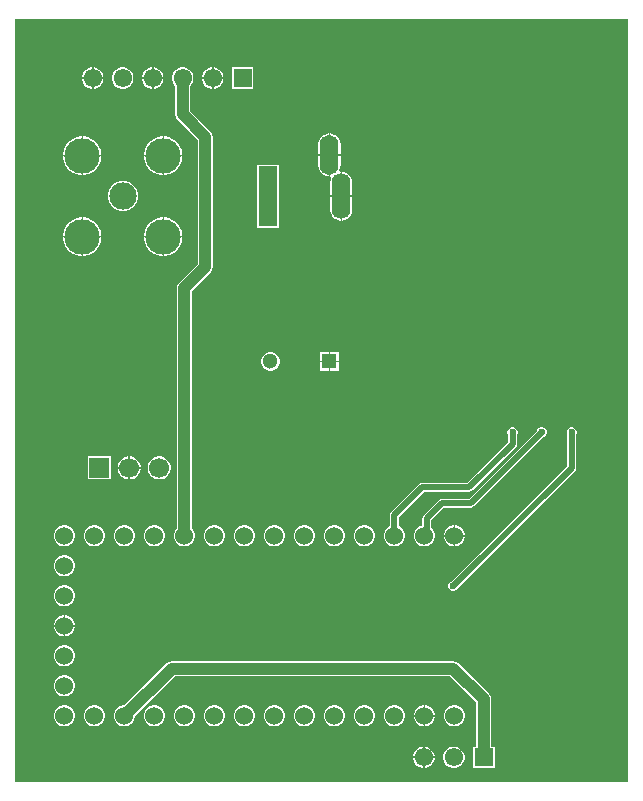
<source format=gbl>
G04*
G04 #@! TF.GenerationSoftware,Altium Limited,Altium Designer,22.10.1 (41)*
G04*
G04 Layer_Physical_Order=2*
G04 Layer_Color=16711680*
%FSLAX25Y25*%
%MOIN*%
G70*
G04*
G04 #@! TF.SameCoordinates,E9990B0B-6E38-4B2E-9C7E-526108F30C78*
G04*
G04*
G04 #@! TF.FilePolarity,Positive*
G04*
G01*
G75*
%ADD10C,0.01968*%
%ADD24R,0.05118X0.05118*%
%ADD25C,0.05118*%
%ADD29C,0.06102*%
%ADD30R,0.06102X0.06102*%
G04:AMPARAMS|DCode=31|XSize=133.86mil|YSize=62.99mil|CornerRadius=31.5mil|HoleSize=0mil|Usage=FLASHONLY|Rotation=90.000|XOffset=0mil|YOffset=0mil|HoleType=Round|Shape=RoundedRectangle|*
%AMROUNDEDRECTD31*
21,1,0.13386,0.00000,0,0,90.0*
21,1,0.07087,0.06299,0,0,90.0*
1,1,0.06299,0.00000,0.03543*
1,1,0.06299,0.00000,-0.03543*
1,1,0.06299,0.00000,-0.03543*
1,1,0.06299,0.00000,0.03543*
%
%ADD31ROUNDEDRECTD31*%
G04:AMPARAMS|DCode=32|XSize=153.54mil|YSize=62.99mil|CornerRadius=31.5mil|HoleSize=0mil|Usage=FLASHONLY|Rotation=90.000|XOffset=0mil|YOffset=0mil|HoleType=Round|Shape=RoundedRectangle|*
%AMROUNDEDRECTD32*
21,1,0.15354,0.00000,0,0,90.0*
21,1,0.09055,0.06299,0,0,90.0*
1,1,0.06299,0.00000,0.04528*
1,1,0.06299,0.00000,-0.04528*
1,1,0.06299,0.00000,-0.04528*
1,1,0.06299,0.00000,0.04528*
%
%ADD32ROUNDEDRECTD32*%
%ADD33R,0.06299X0.20079*%
%ADD42C,0.03937*%
%ADD43C,0.11811*%
%ADD44C,0.09134*%
%ADD45C,0.06024*%
%ADD46C,0.06693*%
%ADD47R,0.06693X0.06693*%
%ADD48C,0.02362*%
G36*
X373213Y178755D02*
X168913D01*
Y433055D01*
X373213D01*
Y178755D01*
D02*
G37*
%LPC*%
G36*
X235192Y416937D02*
X234974D01*
Y413636D01*
X238276D01*
Y413853D01*
X238034Y414756D01*
X237566Y415566D01*
X236905Y416227D01*
X236095Y416695D01*
X235192Y416937D01*
D02*
G37*
G36*
X215192D02*
X214974D01*
Y413636D01*
X218276D01*
Y413853D01*
X218034Y414756D01*
X217566Y415566D01*
X216905Y416227D01*
X216095Y416695D01*
X215192Y416937D01*
D02*
G37*
G36*
X195192D02*
X194974D01*
Y413636D01*
X198276D01*
Y413853D01*
X198034Y414756D01*
X197566Y415566D01*
X196905Y416227D01*
X196095Y416695D01*
X195192Y416937D01*
D02*
G37*
G36*
X234474D02*
X234257D01*
X233354Y416695D01*
X232544Y416227D01*
X231883Y415566D01*
X231415Y414756D01*
X231173Y413853D01*
Y413636D01*
X234474D01*
Y416937D01*
D02*
G37*
G36*
X214474D02*
X214257D01*
X213354Y416695D01*
X212544Y416227D01*
X211883Y415566D01*
X211415Y414756D01*
X211173Y413853D01*
Y413636D01*
X214474D01*
Y416937D01*
D02*
G37*
G36*
X194474D02*
X194257D01*
X193354Y416695D01*
X192544Y416227D01*
X191883Y415566D01*
X191415Y414756D01*
X191173Y413853D01*
Y413636D01*
X194474D01*
Y416937D01*
D02*
G37*
G36*
X248276D02*
X241173D01*
Y409835D01*
X248276D01*
Y416937D01*
D02*
G37*
G36*
X238276Y413136D02*
X234974D01*
Y409835D01*
X235192D01*
X236095Y410077D01*
X236905Y410544D01*
X237566Y411205D01*
X238034Y412015D01*
X238276Y412918D01*
Y413136D01*
D02*
G37*
G36*
X234474D02*
X231173D01*
Y412918D01*
X231415Y412015D01*
X231883Y411205D01*
X232544Y410544D01*
X233354Y410077D01*
X234257Y409835D01*
X234474D01*
Y413136D01*
D02*
G37*
G36*
X218276D02*
X214974D01*
Y409835D01*
X215192D01*
X216095Y410077D01*
X216905Y410544D01*
X217566Y411205D01*
X218034Y412015D01*
X218276Y412918D01*
Y413136D01*
D02*
G37*
G36*
X214474D02*
X211173D01*
Y412918D01*
X211415Y412015D01*
X211883Y411205D01*
X212544Y410544D01*
X213354Y410077D01*
X214257Y409835D01*
X214474D01*
Y413136D01*
D02*
G37*
G36*
X205192Y416937D02*
X204257D01*
X203354Y416695D01*
X202544Y416227D01*
X201883Y415566D01*
X201415Y414756D01*
X201173Y413853D01*
Y412918D01*
X201415Y412015D01*
X201883Y411205D01*
X202544Y410544D01*
X203354Y410077D01*
X204257Y409835D01*
X205192D01*
X206095Y410077D01*
X206905Y410544D01*
X207566Y411205D01*
X208034Y412015D01*
X208276Y412918D01*
Y413853D01*
X208034Y414756D01*
X207566Y415566D01*
X206905Y416227D01*
X206095Y416695D01*
X205192Y416937D01*
D02*
G37*
G36*
X198276Y413136D02*
X194974D01*
Y409835D01*
X195192D01*
X196095Y410077D01*
X196905Y410544D01*
X197566Y411205D01*
X198034Y412015D01*
X198276Y412918D01*
Y413136D01*
D02*
G37*
G36*
X194474D02*
X191173D01*
Y412918D01*
X191415Y412015D01*
X191883Y411205D01*
X192544Y410544D01*
X193354Y410077D01*
X194257Y409835D01*
X194474D01*
Y413136D01*
D02*
G37*
G36*
X273872Y394987D02*
Y388045D01*
X277303D01*
Y391339D01*
X277178Y392291D01*
X276810Y393179D01*
X276225Y393941D01*
X275463Y394527D01*
X274575Y394894D01*
X273872Y394987D01*
D02*
G37*
G36*
X273372D02*
X272669Y394894D01*
X271781Y394527D01*
X271019Y393941D01*
X270434Y393179D01*
X270066Y392291D01*
X269941Y391339D01*
Y388045D01*
X273372D01*
Y394987D01*
D02*
G37*
G36*
X218859Y393925D02*
X218478D01*
Y387770D01*
X224634D01*
Y388151D01*
X224388Y389388D01*
X223905Y390554D01*
X223204Y391603D01*
X222312Y392495D01*
X221263Y393196D01*
X220097Y393679D01*
X218859Y393925D01*
D02*
G37*
G36*
X217978D02*
X217598D01*
X216360Y393679D01*
X215194Y393196D01*
X214145Y392495D01*
X213253Y391603D01*
X212552Y390554D01*
X212069Y389388D01*
X211823Y388151D01*
Y387770D01*
X217978D01*
Y393925D01*
D02*
G37*
G36*
X191851D02*
X191471D01*
Y387770D01*
X197626D01*
Y388151D01*
X197380Y389388D01*
X196897Y390554D01*
X196196Y391603D01*
X195304Y392495D01*
X194255Y393196D01*
X193089Y393679D01*
X191851Y393925D01*
D02*
G37*
G36*
X190971D02*
X190590D01*
X189352Y393679D01*
X188186Y393196D01*
X187137Y392495D01*
X186245Y391603D01*
X185544Y390554D01*
X185061Y389388D01*
X184815Y388151D01*
Y387770D01*
X190971D01*
Y393925D01*
D02*
G37*
G36*
X224634Y387270D02*
X218478D01*
Y381114D01*
X218859D01*
X220097Y381360D01*
X221263Y381843D01*
X222312Y382544D01*
X223204Y383436D01*
X223905Y384486D01*
X224388Y385651D01*
X224634Y386889D01*
Y387270D01*
D02*
G37*
G36*
X217978D02*
X211823D01*
Y386889D01*
X212069Y385651D01*
X212552Y384486D01*
X213253Y383436D01*
X214145Y382544D01*
X215194Y381843D01*
X216360Y381360D01*
X217598Y381114D01*
X217978D01*
Y387270D01*
D02*
G37*
G36*
X197626D02*
X191471D01*
Y381114D01*
X191851D01*
X193089Y381360D01*
X194255Y381843D01*
X195304Y382544D01*
X196196Y383436D01*
X196897Y384486D01*
X197380Y385651D01*
X197626Y386889D01*
Y387270D01*
D02*
G37*
G36*
X190971D02*
X184815D01*
Y386889D01*
X185061Y385651D01*
X185544Y384486D01*
X186245Y383436D01*
X187137Y382544D01*
X188186Y381843D01*
X189352Y381360D01*
X190590Y381114D01*
X190971D01*
Y387270D01*
D02*
G37*
G36*
X273372Y387545D02*
X269941D01*
Y384252D01*
X270066Y383299D01*
X270434Y382411D01*
X271019Y381649D01*
X271781Y381064D01*
X272669Y380696D01*
X273372Y380604D01*
Y387545D01*
D02*
G37*
G36*
X277809Y382191D02*
Y374266D01*
X281240D01*
Y378543D01*
X281115Y379496D01*
X280747Y380384D01*
X280162Y381146D01*
X279400Y381731D01*
X278512Y382099D01*
X277809Y382191D01*
D02*
G37*
G36*
X277303Y387545D02*
X273872D01*
Y380604D01*
X273948Y380614D01*
X274275Y380153D01*
X274003Y379496D01*
X273878Y378543D01*
Y374266D01*
X277309D01*
Y382191D01*
X277233Y382182D01*
X276906Y382643D01*
X277178Y383299D01*
X277303Y384252D01*
Y387545D01*
D02*
G37*
G36*
X205392Y379083D02*
X204057D01*
X202769Y378737D01*
X201613Y378070D01*
X200670Y377127D01*
X200003Y375972D01*
X199657Y374683D01*
Y373349D01*
X200003Y372060D01*
X200670Y370905D01*
X201613Y369961D01*
X202769Y369294D01*
X204057Y368949D01*
X205392D01*
X206680Y369294D01*
X207836Y369961D01*
X208779Y370905D01*
X209446Y372060D01*
X209791Y373349D01*
Y374683D01*
X209446Y375972D01*
X208779Y377127D01*
X207836Y378070D01*
X206680Y378737D01*
X205392Y379083D01*
D02*
G37*
G36*
X281240Y373766D02*
X277809D01*
Y365840D01*
X278512Y365932D01*
X279400Y366300D01*
X280162Y366885D01*
X280747Y367648D01*
X281115Y368535D01*
X281240Y369488D01*
Y373766D01*
D02*
G37*
G36*
X277309D02*
X273878D01*
Y369488D01*
X274003Y368535D01*
X274371Y367648D01*
X274956Y366885D01*
X275718Y366300D01*
X276606Y365932D01*
X277309Y365840D01*
Y373766D01*
D02*
G37*
G36*
X256799Y384555D02*
X249500D01*
Y363476D01*
X256799D01*
Y384555D01*
D02*
G37*
G36*
X218859Y366917D02*
X218478D01*
Y360762D01*
X224634D01*
Y361143D01*
X224388Y362380D01*
X223905Y363546D01*
X223204Y364595D01*
X222312Y365487D01*
X221263Y366188D01*
X220097Y366671D01*
X218859Y366917D01*
D02*
G37*
G36*
X217978D02*
X217598D01*
X216360Y366671D01*
X215194Y366188D01*
X214145Y365487D01*
X213253Y364595D01*
X212552Y363546D01*
X212069Y362380D01*
X211823Y361143D01*
Y360762D01*
X217978D01*
Y366917D01*
D02*
G37*
G36*
X191851D02*
X191471D01*
Y360762D01*
X197626D01*
Y361143D01*
X197380Y362380D01*
X196897Y363546D01*
X196196Y364595D01*
X195304Y365487D01*
X194255Y366188D01*
X193089Y366671D01*
X191851Y366917D01*
D02*
G37*
G36*
X190971D02*
X190590D01*
X189352Y366671D01*
X188186Y366188D01*
X187137Y365487D01*
X186245Y364595D01*
X185544Y363546D01*
X185061Y362380D01*
X184815Y361143D01*
Y360762D01*
X190971D01*
Y366917D01*
D02*
G37*
G36*
X224634Y360262D02*
X218478D01*
Y354106D01*
X218859D01*
X220097Y354352D01*
X221263Y354835D01*
X222312Y355536D01*
X223204Y356429D01*
X223905Y357478D01*
X224388Y358643D01*
X224634Y359881D01*
Y360262D01*
D02*
G37*
G36*
X217978D02*
X211823D01*
Y359881D01*
X212069Y358643D01*
X212552Y357478D01*
X213253Y356429D01*
X214145Y355536D01*
X215194Y354835D01*
X216360Y354352D01*
X217598Y354106D01*
X217978D01*
Y360262D01*
D02*
G37*
G36*
X197626D02*
X191471D01*
Y354106D01*
X191851D01*
X193089Y354352D01*
X194255Y354835D01*
X195304Y355536D01*
X196196Y356429D01*
X196897Y357478D01*
X197380Y358643D01*
X197626Y359881D01*
Y360262D01*
D02*
G37*
G36*
X190971D02*
X184815D01*
Y359881D01*
X185061Y358643D01*
X185544Y357478D01*
X186245Y356429D01*
X187137Y355536D01*
X188186Y354835D01*
X189352Y354352D01*
X190590Y354106D01*
X190971D01*
Y360262D01*
D02*
G37*
G36*
X276681Y321957D02*
X273872D01*
Y319148D01*
X276681D01*
Y321957D01*
D02*
G37*
G36*
X273372D02*
X270563D01*
Y319148D01*
X273372D01*
Y321957D01*
D02*
G37*
G36*
X276681Y318648D02*
X273872D01*
Y315839D01*
X276681D01*
Y318648D01*
D02*
G37*
G36*
X273372D02*
X270563D01*
Y315839D01*
X273372D01*
Y318648D01*
D02*
G37*
G36*
X254340Y321957D02*
X253534D01*
X252756Y321748D01*
X252059Y321345D01*
X251489Y320776D01*
X251086Y320078D01*
X250878Y319300D01*
Y318495D01*
X251086Y317717D01*
X251489Y317019D01*
X252059Y316450D01*
X252756Y316047D01*
X253534Y315839D01*
X254340D01*
X255118Y316047D01*
X255815Y316450D01*
X256385Y317019D01*
X256788Y317717D01*
X256996Y318495D01*
Y319300D01*
X256788Y320078D01*
X256385Y320776D01*
X255815Y321345D01*
X255118Y321748D01*
X254340Y321957D01*
D02*
G37*
G36*
X207357Y287311D02*
X207100D01*
Y283715D01*
X210697D01*
Y283971D01*
X210435Y284949D01*
X209928Y285826D01*
X209212Y286543D01*
X208335Y287049D01*
X207357Y287311D01*
D02*
G37*
G36*
X206600D02*
X206344D01*
X205366Y287049D01*
X204489Y286543D01*
X203772Y285826D01*
X203266Y284949D01*
X203004Y283971D01*
Y283715D01*
X206600D01*
Y287311D01*
D02*
G37*
G36*
X217357D02*
X216344D01*
X215366Y287049D01*
X214489Y286543D01*
X213773Y285826D01*
X213266Y284949D01*
X213004Y283971D01*
Y282958D01*
X213266Y281980D01*
X213773Y281103D01*
X214489Y280387D01*
X215366Y279880D01*
X216344Y279618D01*
X217357D01*
X218335Y279880D01*
X219212Y280387D01*
X219928Y281103D01*
X220435Y281980D01*
X220697Y282958D01*
Y283971D01*
X220435Y284949D01*
X219928Y285826D01*
X219212Y286543D01*
X218335Y287049D01*
X217357Y287311D01*
D02*
G37*
G36*
X210697Y283215D02*
X207100D01*
Y279618D01*
X207357D01*
X208335Y279880D01*
X209212Y280387D01*
X209928Y281103D01*
X210435Y281980D01*
X210697Y282958D01*
Y283215D01*
D02*
G37*
G36*
X206600D02*
X203004D01*
Y282958D01*
X203266Y281980D01*
X203772Y281103D01*
X204489Y280387D01*
X205366Y279880D01*
X206344Y279618D01*
X206600D01*
Y283215D01*
D02*
G37*
G36*
X200697Y287311D02*
X193004D01*
Y279618D01*
X200697D01*
Y287311D01*
D02*
G37*
G36*
X334980Y296957D02*
X334311D01*
X333693Y296701D01*
X333221Y296228D01*
X332965Y295610D01*
Y294941D01*
X333132Y294536D01*
Y291965D01*
X319674Y278507D01*
X304553D01*
X304553Y278507D01*
X303974Y278392D01*
X303483Y278064D01*
X294205Y268787D01*
X293878Y268296D01*
X293762Y267717D01*
X293762Y267717D01*
Y263969D01*
X293119Y263597D01*
X292465Y262944D01*
X292003Y262143D01*
X291764Y261250D01*
Y260325D01*
X292003Y259432D01*
X292465Y258631D01*
X293119Y257977D01*
X293920Y257515D01*
X294813Y257276D01*
X295738D01*
X296631Y257515D01*
X297432Y257977D01*
X298086Y258631D01*
X298548Y259432D01*
X298787Y260325D01*
Y261250D01*
X298548Y262143D01*
X298086Y262944D01*
X297432Y263597D01*
X296789Y263969D01*
Y267090D01*
X305180Y275481D01*
X320301D01*
X320301Y275481D01*
X320880Y275596D01*
X321371Y275924D01*
X335716Y290268D01*
X335716Y290268D01*
X336044Y290759D01*
X336159Y291339D01*
Y294536D01*
X336327Y294941D01*
Y295610D01*
X336071Y296228D01*
X335598Y296701D01*
X334980Y296957D01*
D02*
G37*
G36*
X344680Y296964D02*
X344011D01*
X343393Y296708D01*
X342920Y296236D01*
X342752Y295831D01*
X320089Y273167D01*
X311142D01*
X311142Y273167D01*
X310562Y273052D01*
X310071Y272724D01*
X304981Y267634D01*
X304653Y267143D01*
X304538Y266563D01*
X304538Y266563D01*
Y264226D01*
X303920Y264060D01*
X303119Y263597D01*
X302466Y262944D01*
X302003Y262143D01*
X301764Y261250D01*
Y260325D01*
X302003Y259432D01*
X302466Y258631D01*
X303119Y257977D01*
X303920Y257515D01*
X304813Y257276D01*
X305738D01*
X306631Y257515D01*
X307432Y257977D01*
X308086Y258631D01*
X308548Y259432D01*
X308787Y260325D01*
Y261250D01*
X308548Y262143D01*
X308086Y262944D01*
X307565Y263465D01*
Y265937D01*
X311769Y270140D01*
X320715D01*
X320715Y270140D01*
X321295Y270255D01*
X321786Y270583D01*
X344893Y293690D01*
X345298Y293858D01*
X345770Y294331D01*
X346026Y294949D01*
Y295618D01*
X345770Y296236D01*
X345298Y296708D01*
X344680Y296964D01*
D02*
G37*
G36*
X315738Y264299D02*
X315526D01*
Y261037D01*
X318787D01*
Y261250D01*
X318548Y262143D01*
X318086Y262944D01*
X317432Y263597D01*
X316631Y264060D01*
X315738Y264299D01*
D02*
G37*
G36*
X315026D02*
X314813D01*
X313920Y264060D01*
X313119Y263597D01*
X312466Y262944D01*
X312003Y262143D01*
X311764Y261250D01*
Y261037D01*
X315026D01*
Y264299D01*
D02*
G37*
G36*
X318787Y260537D02*
X315526D01*
Y257276D01*
X315738D01*
X316631Y257515D01*
X317432Y257977D01*
X318086Y258631D01*
X318548Y259432D01*
X318787Y260325D01*
Y260537D01*
D02*
G37*
G36*
X315026D02*
X311764D01*
Y260325D01*
X312003Y259432D01*
X312466Y258631D01*
X313119Y257977D01*
X313920Y257515D01*
X314813Y257276D01*
X315026D01*
Y260537D01*
D02*
G37*
G36*
X285738Y264299D02*
X284813D01*
X283920Y264060D01*
X283119Y263597D01*
X282466Y262944D01*
X282003Y262143D01*
X281764Y261250D01*
Y260325D01*
X282003Y259432D01*
X282466Y258631D01*
X283119Y257977D01*
X283920Y257515D01*
X284813Y257276D01*
X285738D01*
X286631Y257515D01*
X287432Y257977D01*
X288086Y258631D01*
X288548Y259432D01*
X288787Y260325D01*
Y261250D01*
X288548Y262143D01*
X288086Y262944D01*
X287432Y263597D01*
X286631Y264060D01*
X285738Y264299D01*
D02*
G37*
G36*
X275738D02*
X274813D01*
X273920Y264060D01*
X273119Y263597D01*
X272465Y262944D01*
X272003Y262143D01*
X271764Y261250D01*
Y260325D01*
X272003Y259432D01*
X272465Y258631D01*
X273119Y257977D01*
X273920Y257515D01*
X274813Y257276D01*
X275738D01*
X276631Y257515D01*
X277432Y257977D01*
X278086Y258631D01*
X278548Y259432D01*
X278787Y260325D01*
Y261250D01*
X278548Y262143D01*
X278086Y262944D01*
X277432Y263597D01*
X276631Y264060D01*
X275738Y264299D01*
D02*
G37*
G36*
X265738D02*
X264813D01*
X263920Y264060D01*
X263119Y263597D01*
X262466Y262944D01*
X262003Y262143D01*
X261764Y261250D01*
Y260325D01*
X262003Y259432D01*
X262466Y258631D01*
X263119Y257977D01*
X263920Y257515D01*
X264813Y257276D01*
X265738D01*
X266631Y257515D01*
X267432Y257977D01*
X268086Y258631D01*
X268548Y259432D01*
X268787Y260325D01*
Y261250D01*
X268548Y262143D01*
X268086Y262944D01*
X267432Y263597D01*
X266631Y264060D01*
X265738Y264299D01*
D02*
G37*
G36*
X255738D02*
X254813D01*
X253920Y264060D01*
X253119Y263597D01*
X252466Y262944D01*
X252003Y262143D01*
X251764Y261250D01*
Y260325D01*
X252003Y259432D01*
X252466Y258631D01*
X253119Y257977D01*
X253920Y257515D01*
X254813Y257276D01*
X255738D01*
X256631Y257515D01*
X257432Y257977D01*
X258086Y258631D01*
X258548Y259432D01*
X258787Y260325D01*
Y261250D01*
X258548Y262143D01*
X258086Y262944D01*
X257432Y263597D01*
X256631Y264060D01*
X255738Y264299D01*
D02*
G37*
G36*
X245738D02*
X244813D01*
X243920Y264060D01*
X243119Y263597D01*
X242465Y262944D01*
X242003Y262143D01*
X241764Y261250D01*
Y260325D01*
X242003Y259432D01*
X242465Y258631D01*
X243119Y257977D01*
X243920Y257515D01*
X244813Y257276D01*
X245738D01*
X246631Y257515D01*
X247432Y257977D01*
X248086Y258631D01*
X248548Y259432D01*
X248787Y260325D01*
Y261250D01*
X248548Y262143D01*
X248086Y262944D01*
X247432Y263597D01*
X246631Y264060D01*
X245738Y264299D01*
D02*
G37*
G36*
X235738D02*
X234813D01*
X233920Y264060D01*
X233119Y263597D01*
X232466Y262944D01*
X232003Y262143D01*
X231764Y261250D01*
Y260325D01*
X232003Y259432D01*
X232466Y258631D01*
X233119Y257977D01*
X233920Y257515D01*
X234813Y257276D01*
X235738D01*
X236631Y257515D01*
X237432Y257977D01*
X238086Y258631D01*
X238548Y259432D01*
X238787Y260325D01*
Y261250D01*
X238548Y262143D01*
X238086Y262944D01*
X237432Y263597D01*
X236631Y264060D01*
X235738Y264299D01*
D02*
G37*
G36*
X225192Y416937D02*
X224257D01*
X223354Y416695D01*
X222544Y416227D01*
X221883Y415566D01*
X221415Y414756D01*
X221173Y413853D01*
Y412918D01*
X221415Y412015D01*
X221883Y411205D01*
X222207Y410881D01*
Y401260D01*
X222399Y400297D01*
X222945Y399480D01*
X229767Y392658D01*
Y351436D01*
X223496Y345165D01*
X222950Y344349D01*
X222759Y343386D01*
Y263237D01*
X222465Y262944D01*
X222003Y262143D01*
X221764Y261250D01*
Y260325D01*
X222003Y259432D01*
X222465Y258631D01*
X223119Y257977D01*
X223920Y257515D01*
X224813Y257276D01*
X225738D01*
X226631Y257515D01*
X227432Y257977D01*
X228086Y258631D01*
X228548Y259432D01*
X228787Y260325D01*
Y261250D01*
X228548Y262143D01*
X228086Y262944D01*
X227793Y263237D01*
Y342343D01*
X234063Y348614D01*
X234609Y349430D01*
X234800Y350394D01*
Y393701D01*
X234609Y394664D01*
X234063Y395480D01*
X227241Y402302D01*
Y410881D01*
X227566Y411205D01*
X228034Y412015D01*
X228276Y412918D01*
Y413853D01*
X228034Y414756D01*
X227566Y415566D01*
X226905Y416227D01*
X226095Y416695D01*
X225192Y416937D01*
D02*
G37*
G36*
X215738Y264299D02*
X214813D01*
X213920Y264060D01*
X213119Y263597D01*
X212466Y262944D01*
X212003Y262143D01*
X211764Y261250D01*
Y260325D01*
X212003Y259432D01*
X212466Y258631D01*
X213119Y257977D01*
X213920Y257515D01*
X214813Y257276D01*
X215738D01*
X216631Y257515D01*
X217432Y257977D01*
X218086Y258631D01*
X218548Y259432D01*
X218787Y260325D01*
Y261250D01*
X218548Y262143D01*
X218086Y262944D01*
X217432Y263597D01*
X216631Y264060D01*
X215738Y264299D01*
D02*
G37*
G36*
X205738D02*
X204813D01*
X203920Y264060D01*
X203119Y263597D01*
X202466Y262944D01*
X202003Y262143D01*
X201764Y261250D01*
Y260325D01*
X202003Y259432D01*
X202466Y258631D01*
X203119Y257977D01*
X203920Y257515D01*
X204813Y257276D01*
X205738D01*
X206631Y257515D01*
X207432Y257977D01*
X208086Y258631D01*
X208548Y259432D01*
X208787Y260325D01*
Y261250D01*
X208548Y262143D01*
X208086Y262944D01*
X207432Y263597D01*
X206631Y264060D01*
X205738Y264299D01*
D02*
G37*
G36*
X195738D02*
X194813D01*
X193920Y264060D01*
X193119Y263597D01*
X192465Y262944D01*
X192003Y262143D01*
X191764Y261250D01*
Y260325D01*
X192003Y259432D01*
X192465Y258631D01*
X193119Y257977D01*
X193920Y257515D01*
X194813Y257276D01*
X195738D01*
X196631Y257515D01*
X197432Y257977D01*
X198086Y258631D01*
X198548Y259432D01*
X198787Y260325D01*
Y261250D01*
X198548Y262143D01*
X198086Y262944D01*
X197432Y263597D01*
X196631Y264060D01*
X195738Y264299D01*
D02*
G37*
G36*
X185738D02*
X184813D01*
X183920Y264060D01*
X183119Y263597D01*
X182466Y262944D01*
X182003Y262143D01*
X181764Y261250D01*
Y260325D01*
X182003Y259432D01*
X182466Y258631D01*
X183119Y257977D01*
X183920Y257515D01*
X184813Y257276D01*
X185738D01*
X186631Y257515D01*
X187432Y257977D01*
X188086Y258631D01*
X188548Y259432D01*
X188787Y260325D01*
Y261250D01*
X188548Y262143D01*
X188086Y262944D01*
X187432Y263597D01*
X186631Y264060D01*
X185738Y264299D01*
D02*
G37*
G36*
Y254299D02*
X184813D01*
X183920Y254060D01*
X183119Y253597D01*
X182466Y252944D01*
X182003Y252143D01*
X181764Y251250D01*
Y250325D01*
X182003Y249432D01*
X182466Y248631D01*
X183119Y247977D01*
X183920Y247515D01*
X184813Y247276D01*
X185738D01*
X186631Y247515D01*
X187432Y247977D01*
X188086Y248631D01*
X188548Y249432D01*
X188787Y250325D01*
Y251250D01*
X188548Y252143D01*
X188086Y252944D01*
X187432Y253597D01*
X186631Y254060D01*
X185738Y254299D01*
D02*
G37*
G36*
X354665Y296957D02*
X353996D01*
X353379Y296701D01*
X352906Y296228D01*
X352650Y295610D01*
Y294941D01*
X352817Y294536D01*
Y284091D01*
X314413Y245687D01*
X314008Y245520D01*
X313535Y245047D01*
X313280Y244429D01*
Y243760D01*
X313535Y243142D01*
X314008Y242669D01*
X314626Y242413D01*
X315295D01*
X315913Y242669D01*
X316386Y243142D01*
X316554Y243547D01*
X355401Y282395D01*
X355729Y282885D01*
X355844Y283465D01*
X355844Y283465D01*
Y294536D01*
X356012Y294941D01*
Y295610D01*
X355756Y296228D01*
X355283Y296701D01*
X354665Y296957D01*
D02*
G37*
G36*
X185738Y244299D02*
X184813D01*
X183920Y244060D01*
X183119Y243598D01*
X182466Y242944D01*
X182003Y242143D01*
X181764Y241250D01*
Y240325D01*
X182003Y239432D01*
X182466Y238631D01*
X183119Y237977D01*
X183920Y237515D01*
X184813Y237276D01*
X185738D01*
X186631Y237515D01*
X187432Y237977D01*
X188086Y238631D01*
X188548Y239432D01*
X188787Y240325D01*
Y241250D01*
X188548Y242143D01*
X188086Y242944D01*
X187432Y243598D01*
X186631Y244060D01*
X185738Y244299D01*
D02*
G37*
G36*
Y234299D02*
X185526D01*
Y231037D01*
X188787D01*
Y231250D01*
X188548Y232143D01*
X188086Y232944D01*
X187432Y233597D01*
X186631Y234060D01*
X185738Y234299D01*
D02*
G37*
G36*
X185026D02*
X184813D01*
X183920Y234060D01*
X183119Y233597D01*
X182466Y232944D01*
X182003Y232143D01*
X181764Y231250D01*
Y231037D01*
X185026D01*
Y234299D01*
D02*
G37*
G36*
X188787Y230537D02*
X185526D01*
Y227276D01*
X185738D01*
X186631Y227515D01*
X187432Y227977D01*
X188086Y228631D01*
X188548Y229432D01*
X188787Y230325D01*
Y230537D01*
D02*
G37*
G36*
X185026D02*
X181764D01*
Y230325D01*
X182003Y229432D01*
X182466Y228631D01*
X183119Y227977D01*
X183920Y227515D01*
X184813Y227276D01*
X185026D01*
Y230537D01*
D02*
G37*
G36*
X185738Y224299D02*
X184813D01*
X183920Y224060D01*
X183119Y223598D01*
X182466Y222944D01*
X182003Y222143D01*
X181764Y221250D01*
Y220325D01*
X182003Y219432D01*
X182466Y218631D01*
X183119Y217977D01*
X183920Y217515D01*
X184813Y217276D01*
X185738D01*
X186631Y217515D01*
X187432Y217977D01*
X188086Y218631D01*
X188548Y219432D01*
X188787Y220325D01*
Y221250D01*
X188548Y222143D01*
X188086Y222944D01*
X187432Y223598D01*
X186631Y224060D01*
X185738Y224299D01*
D02*
G37*
G36*
Y214299D02*
X184813D01*
X183920Y214060D01*
X183119Y213597D01*
X182466Y212944D01*
X182003Y212143D01*
X181764Y211250D01*
Y210325D01*
X182003Y209432D01*
X182466Y208631D01*
X183119Y207977D01*
X183920Y207515D01*
X184813Y207276D01*
X185738D01*
X186631Y207515D01*
X187432Y207977D01*
X188086Y208631D01*
X188548Y209432D01*
X188787Y210325D01*
Y211250D01*
X188548Y212143D01*
X188086Y212944D01*
X187432Y213597D01*
X186631Y214060D01*
X185738Y214299D01*
D02*
G37*
G36*
X305738Y204299D02*
X305526D01*
Y201037D01*
X308787D01*
Y201250D01*
X308548Y202143D01*
X308086Y202944D01*
X307432Y203597D01*
X306631Y204060D01*
X305738Y204299D01*
D02*
G37*
G36*
X305026D02*
X304813D01*
X303920Y204060D01*
X303119Y203597D01*
X302466Y202944D01*
X302003Y202143D01*
X301764Y201250D01*
Y201037D01*
X305026D01*
Y204299D01*
D02*
G37*
G36*
X315738D02*
X314813D01*
X313920Y204060D01*
X313119Y203597D01*
X312466Y202944D01*
X312003Y202143D01*
X311764Y201250D01*
Y200325D01*
X312003Y199432D01*
X312466Y198631D01*
X313119Y197977D01*
X313920Y197515D01*
X314813Y197276D01*
X315738D01*
X316631Y197515D01*
X317432Y197977D01*
X318086Y198631D01*
X318548Y199432D01*
X318787Y200325D01*
Y201250D01*
X318548Y202143D01*
X318086Y202944D01*
X317432Y203597D01*
X316631Y204060D01*
X315738Y204299D01*
D02*
G37*
G36*
X308787Y200537D02*
X305526D01*
Y197276D01*
X305738D01*
X306631Y197515D01*
X307432Y197977D01*
X308086Y198631D01*
X308548Y199432D01*
X308787Y200325D01*
Y200537D01*
D02*
G37*
G36*
X305026D02*
X301764D01*
Y200325D01*
X302003Y199432D01*
X302466Y198631D01*
X303119Y197977D01*
X303920Y197515D01*
X304813Y197276D01*
X305026D01*
Y200537D01*
D02*
G37*
G36*
X295738Y204299D02*
X294813D01*
X293920Y204060D01*
X293119Y203597D01*
X292465Y202944D01*
X292003Y202143D01*
X291764Y201250D01*
Y200325D01*
X292003Y199432D01*
X292465Y198631D01*
X293119Y197977D01*
X293920Y197515D01*
X294813Y197276D01*
X295738D01*
X296631Y197515D01*
X297432Y197977D01*
X298086Y198631D01*
X298548Y199432D01*
X298787Y200325D01*
Y201250D01*
X298548Y202143D01*
X298086Y202944D01*
X297432Y203597D01*
X296631Y204060D01*
X295738Y204299D01*
D02*
G37*
G36*
X285738D02*
X284813D01*
X283920Y204060D01*
X283119Y203597D01*
X282466Y202944D01*
X282003Y202143D01*
X281764Y201250D01*
Y200325D01*
X282003Y199432D01*
X282466Y198631D01*
X283119Y197977D01*
X283920Y197515D01*
X284813Y197276D01*
X285738D01*
X286631Y197515D01*
X287432Y197977D01*
X288086Y198631D01*
X288548Y199432D01*
X288787Y200325D01*
Y201250D01*
X288548Y202143D01*
X288086Y202944D01*
X287432Y203597D01*
X286631Y204060D01*
X285738Y204299D01*
D02*
G37*
G36*
X275738D02*
X274813D01*
X273920Y204060D01*
X273119Y203597D01*
X272465Y202944D01*
X272003Y202143D01*
X271764Y201250D01*
Y200325D01*
X272003Y199432D01*
X272465Y198631D01*
X273119Y197977D01*
X273920Y197515D01*
X274813Y197276D01*
X275738D01*
X276631Y197515D01*
X277432Y197977D01*
X278086Y198631D01*
X278548Y199432D01*
X278787Y200325D01*
Y201250D01*
X278548Y202143D01*
X278086Y202944D01*
X277432Y203597D01*
X276631Y204060D01*
X275738Y204299D01*
D02*
G37*
G36*
X265738D02*
X264813D01*
X263920Y204060D01*
X263119Y203597D01*
X262466Y202944D01*
X262003Y202143D01*
X261764Y201250D01*
Y200325D01*
X262003Y199432D01*
X262466Y198631D01*
X263119Y197977D01*
X263920Y197515D01*
X264813Y197276D01*
X265738D01*
X266631Y197515D01*
X267432Y197977D01*
X268086Y198631D01*
X268548Y199432D01*
X268787Y200325D01*
Y201250D01*
X268548Y202143D01*
X268086Y202944D01*
X267432Y203597D01*
X266631Y204060D01*
X265738Y204299D01*
D02*
G37*
G36*
X255738D02*
X254813D01*
X253920Y204060D01*
X253119Y203597D01*
X252466Y202944D01*
X252003Y202143D01*
X251764Y201250D01*
Y200325D01*
X252003Y199432D01*
X252466Y198631D01*
X253119Y197977D01*
X253920Y197515D01*
X254813Y197276D01*
X255738D01*
X256631Y197515D01*
X257432Y197977D01*
X258086Y198631D01*
X258548Y199432D01*
X258787Y200325D01*
Y201250D01*
X258548Y202143D01*
X258086Y202944D01*
X257432Y203597D01*
X256631Y204060D01*
X255738Y204299D01*
D02*
G37*
G36*
X245738D02*
X244813D01*
X243920Y204060D01*
X243119Y203597D01*
X242465Y202944D01*
X242003Y202143D01*
X241764Y201250D01*
Y200325D01*
X242003Y199432D01*
X242465Y198631D01*
X243119Y197977D01*
X243920Y197515D01*
X244813Y197276D01*
X245738D01*
X246631Y197515D01*
X247432Y197977D01*
X248086Y198631D01*
X248548Y199432D01*
X248787Y200325D01*
Y201250D01*
X248548Y202143D01*
X248086Y202944D01*
X247432Y203597D01*
X246631Y204060D01*
X245738Y204299D01*
D02*
G37*
G36*
X235738D02*
X234813D01*
X233920Y204060D01*
X233119Y203597D01*
X232466Y202944D01*
X232003Y202143D01*
X231764Y201250D01*
Y200325D01*
X232003Y199432D01*
X232466Y198631D01*
X233119Y197977D01*
X233920Y197515D01*
X234813Y197276D01*
X235738D01*
X236631Y197515D01*
X237432Y197977D01*
X238086Y198631D01*
X238548Y199432D01*
X238787Y200325D01*
Y201250D01*
X238548Y202143D01*
X238086Y202944D01*
X237432Y203597D01*
X236631Y204060D01*
X235738Y204299D01*
D02*
G37*
G36*
X225738D02*
X224813D01*
X223920Y204060D01*
X223119Y203597D01*
X222465Y202944D01*
X222003Y202143D01*
X221764Y201250D01*
Y200325D01*
X222003Y199432D01*
X222465Y198631D01*
X223119Y197977D01*
X223920Y197515D01*
X224813Y197276D01*
X225738D01*
X226631Y197515D01*
X227432Y197977D01*
X228086Y198631D01*
X228548Y199432D01*
X228787Y200325D01*
Y201250D01*
X228548Y202143D01*
X228086Y202944D01*
X227432Y203597D01*
X226631Y204060D01*
X225738Y204299D01*
D02*
G37*
G36*
X215738D02*
X214813D01*
X213920Y204060D01*
X213119Y203597D01*
X212466Y202944D01*
X212003Y202143D01*
X211764Y201250D01*
Y200325D01*
X212003Y199432D01*
X212466Y198631D01*
X213119Y197977D01*
X213920Y197515D01*
X214813Y197276D01*
X215738D01*
X216631Y197515D01*
X217432Y197977D01*
X218086Y198631D01*
X218548Y199432D01*
X218787Y200325D01*
Y201250D01*
X218548Y202143D01*
X218086Y202944D01*
X217432Y203597D01*
X216631Y204060D01*
X215738Y204299D01*
D02*
G37*
G36*
X195738D02*
X194813D01*
X193920Y204060D01*
X193119Y203597D01*
X192465Y202944D01*
X192003Y202143D01*
X191764Y201250D01*
Y200325D01*
X192003Y199432D01*
X192465Y198631D01*
X193119Y197977D01*
X193920Y197515D01*
X194813Y197276D01*
X195738D01*
X196631Y197515D01*
X197432Y197977D01*
X198086Y198631D01*
X198548Y199432D01*
X198787Y200325D01*
Y201250D01*
X198548Y202143D01*
X198086Y202944D01*
X197432Y203597D01*
X196631Y204060D01*
X195738Y204299D01*
D02*
G37*
G36*
X185738D02*
X184813D01*
X183920Y204060D01*
X183119Y203597D01*
X182466Y202944D01*
X182003Y202143D01*
X181764Y201250D01*
Y200325D01*
X182003Y199432D01*
X182466Y198631D01*
X183119Y197977D01*
X183920Y197515D01*
X184813Y197276D01*
X185738D01*
X186631Y197515D01*
X187432Y197977D01*
X188086Y198631D01*
X188548Y199432D01*
X188787Y200325D01*
Y201250D01*
X188548Y202143D01*
X188086Y202944D01*
X187432Y203597D01*
X186631Y204060D01*
X185738Y204299D01*
D02*
G37*
G36*
X305586Y190559D02*
X305368D01*
Y187258D01*
X308669D01*
Y187475D01*
X308427Y188379D01*
X307960Y189188D01*
X307299Y189849D01*
X306489Y190317D01*
X305586Y190559D01*
D02*
G37*
G36*
X304868D02*
X304651D01*
X303747Y190317D01*
X302938Y189849D01*
X302276Y189188D01*
X301809Y188379D01*
X301567Y187475D01*
Y187258D01*
X304868D01*
Y190559D01*
D02*
G37*
G36*
X314961Y219052D02*
X221024D01*
X220060Y218861D01*
X219244Y218315D01*
X205228Y204299D01*
X204813D01*
X203920Y204060D01*
X203119Y203597D01*
X202466Y202944D01*
X202003Y202143D01*
X201764Y201250D01*
Y200325D01*
X202003Y199432D01*
X202466Y198631D01*
X203119Y197977D01*
X203920Y197515D01*
X204813Y197276D01*
X205738D01*
X206631Y197515D01*
X207432Y197977D01*
X208086Y198631D01*
X208548Y199432D01*
X208787Y200325D01*
Y200740D01*
X222066Y214019D01*
X313918D01*
X322601Y205335D01*
Y190559D01*
X321567D01*
Y183457D01*
X328669D01*
Y190559D01*
X327635D01*
Y206378D01*
X327443Y207341D01*
X326898Y208158D01*
X316740Y218315D01*
X315924Y218861D01*
X314961Y219052D01*
D02*
G37*
G36*
X315586Y190559D02*
X314651D01*
X313747Y190317D01*
X312938Y189849D01*
X312277Y189188D01*
X311809Y188379D01*
X311567Y187475D01*
Y186540D01*
X311809Y185637D01*
X312277Y184827D01*
X312938Y184166D01*
X313747Y183699D01*
X314651Y183457D01*
X315586D01*
X316489Y183699D01*
X317299Y184166D01*
X317960Y184827D01*
X318427Y185637D01*
X318669Y186540D01*
Y187475D01*
X318427Y188379D01*
X317960Y189188D01*
X317299Y189849D01*
X316489Y190317D01*
X315586Y190559D01*
D02*
G37*
G36*
X308669Y186758D02*
X305368D01*
Y183457D01*
X305586D01*
X306489Y183699D01*
X307299Y184166D01*
X307960Y184827D01*
X308427Y185637D01*
X308669Y186540D01*
Y186758D01*
D02*
G37*
G36*
X304868D02*
X301567D01*
Y186540D01*
X301809Y185637D01*
X302276Y184827D01*
X302938Y184166D01*
X303747Y183699D01*
X304651Y183457D01*
X304868D01*
Y186758D01*
D02*
G37*
%LPD*%
D10*
X314961Y244094D02*
X354331Y283465D01*
Y295276D01*
X320715Y271654D02*
X344345Y295283D01*
X320301Y276994D02*
X334646Y291339D01*
Y295276D01*
X304553Y276994D02*
X320301D01*
X311142Y271654D02*
X320715D01*
X306051Y266563D02*
X311142Y271654D01*
X306051Y261563D02*
Y266563D01*
X305276Y260787D02*
X306051Y261563D01*
X295276Y260787D02*
Y267717D01*
X304553Y276994D01*
D24*
X273622Y318898D02*
D03*
D25*
X253937D02*
D03*
D29*
X305118Y187008D02*
D03*
X315118D02*
D03*
X234724Y413386D02*
D03*
X224724D02*
D03*
X214724D02*
D03*
X204724D02*
D03*
X194724D02*
D03*
D30*
X325118Y187008D02*
D03*
X244724Y413386D02*
D03*
D31*
X273622Y387795D02*
D03*
D32*
X277559Y374016D02*
D03*
D33*
X253150D02*
D03*
D42*
X225276Y260787D02*
Y343386D01*
X232283Y350394D01*
X224724Y401260D02*
X232283Y393701D01*
Y350394D02*
Y393701D01*
X224724Y401260D02*
Y413386D01*
X221024Y216535D02*
X314961D01*
X325118Y206378D01*
Y187008D02*
Y206378D01*
X205276Y200787D02*
X221024Y216535D01*
D43*
X218228Y360512D02*
D03*
Y387520D02*
D03*
X191220D02*
D03*
Y360512D02*
D03*
D44*
X204724Y374016D02*
D03*
D45*
X185276Y210787D02*
D03*
Y220787D02*
D03*
Y230787D02*
D03*
Y240787D02*
D03*
Y250787D02*
D03*
X315276Y200787D02*
D03*
X305276D02*
D03*
X295276D02*
D03*
X285276D02*
D03*
X275276D02*
D03*
X265276D02*
D03*
X255276D02*
D03*
X245276D02*
D03*
X235276D02*
D03*
X225276D02*
D03*
X215276D02*
D03*
X205276D02*
D03*
X195276D02*
D03*
X185276D02*
D03*
X315276Y260787D02*
D03*
X305276D02*
D03*
X295276D02*
D03*
X285276D02*
D03*
X275276D02*
D03*
X265276D02*
D03*
X255276D02*
D03*
X245276D02*
D03*
X235276D02*
D03*
X225276D02*
D03*
X215276D02*
D03*
X205276D02*
D03*
X195276D02*
D03*
X185276D02*
D03*
D46*
X216850Y283465D02*
D03*
X206850D02*
D03*
D47*
X196850D02*
D03*
D48*
X364173Y413386D02*
D03*
X354331Y393701D02*
D03*
X364173Y374016D02*
D03*
X354331Y354331D02*
D03*
X364173Y334646D02*
D03*
X354331Y314961D02*
D03*
X364173Y295276D02*
D03*
X354331Y275591D02*
D03*
X364173Y255906D02*
D03*
X354331Y236221D02*
D03*
X364173Y216535D02*
D03*
X354331Y196850D02*
D03*
X344488Y413386D02*
D03*
X334646Y393701D02*
D03*
X344488Y374016D02*
D03*
X334646Y354331D02*
D03*
X344488Y334646D02*
D03*
X334646Y314961D02*
D03*
Y236221D02*
D03*
Y196850D02*
D03*
X314961Y393701D02*
D03*
X324803Y374016D02*
D03*
X314961Y354331D02*
D03*
X324803Y334646D02*
D03*
X314961Y314961D02*
D03*
X324803Y295276D02*
D03*
X314961Y236221D02*
D03*
X324803Y216535D02*
D03*
X305118Y413386D02*
D03*
X295276Y393701D02*
D03*
X305118Y374016D02*
D03*
X295276Y354331D02*
D03*
X305118Y334646D02*
D03*
X295276Y314961D02*
D03*
X305118Y295276D02*
D03*
X295276Y275591D02*
D03*
X305118Y255906D02*
D03*
X295276Y236221D02*
D03*
X285433Y413386D02*
D03*
Y374016D02*
D03*
X275591Y354331D02*
D03*
X285433Y334646D02*
D03*
Y295276D02*
D03*
X275591Y275591D02*
D03*
X285433Y255906D02*
D03*
X275591Y236221D02*
D03*
X265748Y413386D02*
D03*
Y374016D02*
D03*
Y334646D02*
D03*
X255906Y314961D02*
D03*
X265748Y295276D02*
D03*
X255906Y275591D02*
D03*
X265748Y255906D02*
D03*
X255906Y236221D02*
D03*
X236221Y393701D02*
D03*
X246063Y374016D02*
D03*
X236221Y354331D02*
D03*
X246063Y334646D02*
D03*
X236221Y314961D02*
D03*
X246063Y295276D02*
D03*
X236221Y275591D02*
D03*
X246063Y255906D02*
D03*
X236221Y236221D02*
D03*
X226378Y374016D02*
D03*
X216535Y314961D02*
D03*
Y275591D02*
D03*
X226378Y255906D02*
D03*
X216535Y236221D02*
D03*
X196850Y393701D02*
D03*
Y354331D02*
D03*
X206693Y334646D02*
D03*
X196850Y314961D02*
D03*
X206693Y295276D02*
D03*
X196850Y275591D02*
D03*
X206693Y255906D02*
D03*
X196850Y236221D02*
D03*
X206693Y216535D02*
D03*
X187008Y413386D02*
D03*
X177165Y393701D02*
D03*
X187008Y374016D02*
D03*
X177165Y354331D02*
D03*
X187008Y334646D02*
D03*
X177165Y314961D02*
D03*
X187008Y295276D02*
D03*
Y255906D02*
D03*
X177165Y236221D02*
D03*
Y196850D02*
D03*
X334646Y393701D02*
D03*
X314961Y354331D02*
D03*
X334646Y314961D02*
D03*
Y236221D02*
D03*
X295276Y393701D02*
D03*
X275591Y354331D02*
D03*
X295276Y314961D02*
D03*
X275591Y275591D02*
D03*
X295276Y236221D02*
D03*
X236221Y354331D02*
D03*
X255906Y314961D02*
D03*
X236221Y275591D02*
D03*
X255906Y236221D02*
D03*
X196850Y354331D02*
D03*
X216535Y314961D02*
D03*
X196850Y275591D02*
D03*
X216535Y236221D02*
D03*
X314961Y244094D02*
D03*
X354331Y295276D02*
D03*
X334646D02*
D03*
X344345Y295283D02*
D03*
M02*

</source>
